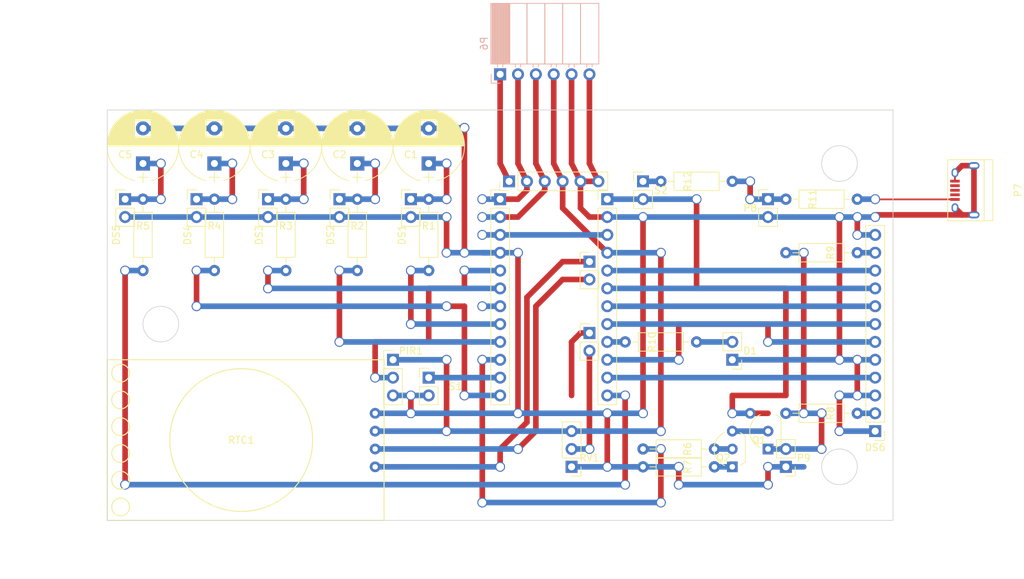
<source format=kicad_pcb>
(kicad_pcb (version 4) (host pcbnew 4.0.7)
  (title_block (title "Voltmeter Clock") (date 2017-04-01) (rev 4) (company "By Megasaturnv") (comment 1 "For Veroboard / Stripboard"))
  (layers (0 F.Cu signal) (31 B.Cu signal) (34 B.Paste user hide) (35 F.Paste user hide) (36 B.SilkS user) (37 F.SilkS user) (38 B.Mask user hide) (39 F.Mask user hide) (44 Edge.Cuts user))
  (net 0 "")
  (net 1 "/1(Tx)")
  (net 2 "/0(Rx)")
  (net 3 /Reset)
  (net 4 GND)
  (net 5 /2)
  (net 6 "/3(**)")
  (net 7 /4)
  (net 8 "/5(**)")
  (net 9 "/6(**)")
  (net 10 /7)
  (net 11 /8)
  (net 12 "/9(**)")
  (net 13 /DTR)
  (net 14 /A5)
  (net 15 /A4)
  (net 16 /RAW)
  (net 17 /A3)
  (net 18 /A2)
  (net 19 /A1)
  (net 20 /A0)
  (net 21 "/13(SCK)")
  (net 22 "/12(MISO)")
  (net 23 "/11(**/MOSI)")
  (net 24 "/10(**/SS)")
  (net 25 /A7)
  (net 26 /A6)
  (net 27 "Net-(C1-Pad1)")
  (net 28 "Net-(C2-Pad1)")
  (net 29 "Net-(C3-Pad1)")
  (net 30 "Net-(C4-Pad1)")
  (net 31 "Net-(C5-Pad1)")
  (net 32 "Net-(D1-Pad2)")
  (net 33 "Net-(DS6-Pad2)")
  (net 34 +3V3)
  (net 35 +5V)
  (net 36 "Net-(P7-Pad2)")
  (net 37 "Net-(P7-Pad3)")
  (net 38 "Net-(P7-Pad4)")
  (net 39 "Net-(Q1-Pad2)")
  (net 40 "Net-(DS6-Pad15)")
  (net 41 "Net-(P9-Pad2)")
  (net 42 /ONOFF_RAW)
  (net 43 "Net-(Q2-Pad2)")
  (net 44 "Net-(Q2-Pad1)")
  (net 45 "Net-(R12-Pad2)")
  (module Pin_Headers:Pin_Header_Straight_1x02_Pitch2.54mm (layer F.Cu) (at 127 81.28 180)
    (fp_text reference P9 (at -2.54 1.27 180) (layer F.SilkS))
    (fp_text value Backlight_Conn)
    (pad 1 thru_hole rect (at 0 0 180) (size 1.7 1.7) (drill 1) (layers *.Cu *.Mask) (net 4 GND))
    (pad 2 thru_hole oval (at 0 2.54 180) (size 1.7 1.7) (drill 1) (layers *.Cu *.Mask) (net 41 "Net-(P9-Pad2)"))
  )
  (module TO_SOT_Packages_THT:TO-92_Inline_Wide (layer F.Cu) (at 124.46 78.74 90)
    (fp_text reference Q1 (at 1.27 -1.27 360) (layer F.SilkS))
    (fp_text value Q_PNP_CBE)
    (pad 2 thru_hole circle (at 2.54 0 180) (size 1.52 1.52) (drill 0.8) (layers *.Cu *.Mask) (net 39 "Net-(Q1-Pad2)"))
    (pad 3 thru_hole circle (at 5.08 -2.54 180) (size 1.52 1.52) (drill 0.8) (layers *.Cu *.Mask) (net 16 /RAW))
    (pad 1 thru_hole rect (at 0 0 180) (size 1.52 1.52) (drill 0.8) (layers *.Cu *.Mask) (net 41 "Net-(P9-Pad2)"))
  )
  (module TO_SOT_Packages_THT:TO-92_Inline_Wide (layer F.Cu) (at 119.38 81.28 90)
    (fp_text reference Q2 (at 1.27 -1.27 360) (layer F.SilkS))
    (fp_text value Q_NPN_EBC)
    (pad 2 thru_hole circle (at 2.54 0 180) (size 1.52 1.52) (drill 0.8) (layers *.Cu *.Mask) (net 43 "Net-(Q2-Pad2)"))
    (pad 3 thru_hole circle (at 5.08 0 180) (size 1.52 1.52) (drill 0.8) (layers *.Cu *.Mask) (net 39 "Net-(Q1-Pad2)"))
    (pad 1 thru_hole rect (at 0 0 180) (size 1.52 1.52) (drill 0.8) (layers *.Cu *.Mask) (net 44 "Net-(Q2-Pad1)"))
  )
  (module Resistors_THT:R_Axial_DIN0207_L6.3mm_D2.5mm_P10.16mm_Horizontal (layer F.Cu) (at 116.84 81.28 180)
    (fp_text reference R7 (at 3.81 0 270) (layer F.SilkS))
    (fp_text value 22kR)
    (pad 1 thru_hole circle (at 0 0 180) (size 1.6 1.6) (drill 0.8) (layers *.Cu *.Mask) (net 44 "Net-(Q2-Pad1)"))
    (pad 2 thru_hole oval (at 10.16 0 180) (size 1.6 1.6) (drill 0.8) (layers *.Cu *.Mask) (net 4 GND))
  )
  (module Resistors_THT:R_Axial_DIN0207_L6.3mm_D2.5mm_P10.16mm_Horizontal (layer F.Cu) (at 116.84 78.74 180)
    (fp_text reference R6 (at 3.81 0 270) (layer F.SilkS))
    (fp_text value 500kR)
    (pad 1 thru_hole circle (at 0 0 180) (size 1.6 1.6) (drill 0.8) (layers *.Cu *.Mask) (net 43 "Net-(Q2-Pad2)"))
    (pad 2 thru_hole oval (at 10.16 0 180) (size 1.6 1.6) (drill 0.8) (layers *.Cu *.Mask) (net 10 /7))
  )
  (module Connectors:USB_Micro-B (layer F.Cu) (at 152.4 41.91 90)
    (fp_text reference P7 (at 0 7.62 90) (layer F.SilkS))
    (fp_text value USB_OTG)
    (pad 1 smd rect (at -1.3 -1.35 180) (size 1.35 0.4) (layers F.Cu F.Paste F.Mask) (net 35 +5V))
    (pad 2 smd rect (at -0.65 -1.35 180) (size 1.35 0.4) (layers F.Cu F.Paste F.Mask) (net 36 "Net-(P7-Pad2)"))
    (pad 3 smd rect (at 0 -1.35 180) (size 1.35 0.4) (layers F.Cu F.Paste F.Mask) (net 37 "Net-(P7-Pad3)"))
    (pad 4 smd rect (at 0.65 -1.35 180) (size 1.35 0.4) (layers F.Cu F.Paste F.Mask) (net 38 "Net-(P7-Pad4)"))
    (pad 5 smd rect (at 1.3 -1.35 180) (size 1.35 0.4) (layers F.Cu F.Paste F.Mask) (net 4 GND))
    (pad 6 thru_hole oval (at -2.5 -1.35 180) (size 0.95 1.25) (drill oval 0.55 0.85) (layers *.Cu *.Mask) (net 4 GND))
    (pad 6 thru_hole oval (at 2.5 -1.35 180) (size 0.95 1.25) (drill oval 0.55 0.85) (layers *.Cu *.Mask) (net 4 GND))
    (pad 6 thru_hole oval (at -3.5 1.35 180) (size 1.55 1) (drill oval 1.15 0.5) (layers *.Cu *.Mask) (net 4 GND))
    (pad 6 thru_hole oval (at 3.5 1.35 180) (size 1.55 1) (drill oval 1.15 0.5) (layers *.Cu *.Mask) (net 4 GND))
  )
  (module Capacitors_THT:CP_Radial_D10.0mm_P5.00mm (layer F.Cu) (at 76.2 38.1 90)
    (fp_text reference C1 (at 1.27 -2.54 180) (layer F.SilkS))
    (fp_text value 47uF)
    (pad 1 thru_hole rect (at 0 0 90) (size 2 2) (drill 1) (layers *.Cu *.Mask) (net 27 "Net-(C1-Pad1)"))
    (pad 2 thru_hole circle (at 5 0 90) (size 2 2) (drill 1) (layers *.Cu *.Mask) (net 4 GND))
  )
  (module Capacitors_THT:CP_Radial_D10.0mm_P5.00mm (layer F.Cu) (at 66.04 38.1 90)
    (fp_text reference C2 (at 1.27 -2.54 180) (layer F.SilkS))
    (fp_text value 47uF)
    (pad 1 thru_hole rect (at 0 0 90) (size 2 2) (drill 1) (layers *.Cu *.Mask) (net 28 "Net-(C2-Pad1)"))
    (pad 2 thru_hole circle (at 5 0 90) (size 2 2) (drill 1) (layers *.Cu *.Mask) (net 4 GND))
  )
  (module Capacitors_THT:CP_Radial_D10.0mm_P5.00mm (layer F.Cu) (at 55.88 38.1 90)
    (fp_text reference C3 (at 1.27 -2.54 180) (layer F.SilkS))
    (fp_text value 47uF)
    (pad 1 thru_hole rect (at 0 0 90) (size 2 2) (drill 1) (layers *.Cu *.Mask) (net 29 "Net-(C3-Pad1)"))
    (pad 2 thru_hole circle (at 5 0 90) (size 2 2) (drill 1) (layers *.Cu *.Mask) (net 4 GND))
  )
  (module Capacitors_THT:CP_Radial_D10.0mm_P5.00mm (layer F.Cu) (at 45.72 38.1 90)
    (fp_text reference C4 (at 1.27 -2.54 180) (layer F.SilkS))
    (fp_text value 47uF)
    (pad 1 thru_hole rect (at 0 0 90) (size 2 2) (drill 1) (layers *.Cu *.Mask) (net 30 "Net-(C4-Pad1)"))
    (pad 2 thru_hole circle (at 5 0 90) (size 2 2) (drill 1) (layers *.Cu *.Mask) (net 4 GND))
  )
  (module Capacitors_THT:CP_Radial_D10.0mm_P5.00mm (layer F.Cu) (at 35.56 38.1 90)
    (fp_text reference C5 (at 1.27 -2.54 180) (layer F.SilkS))
    (fp_text value 47uF)
    (pad 1 thru_hole rect (at 0 0 90) (size 2 2) (drill 1) (layers *.Cu *.Mask) (net 31 "Net-(C5-Pad1)"))
    (pad 2 thru_hole circle (at 5 0 90) (size 2 2) (drill 1) (layers *.Cu *.Mask) (net 4 GND))
  )
  (module Pin_Headers:Pin_Header_Straight_1x02_Pitch2.54mm (layer F.Cu) (at 119.38 66.04 180)
    (fp_text reference D1 (at -2.54 1.27 360) (layer F.SilkS))
    (fp_text value LED)
    (pad 1 thru_hole rect (at 0 0 180) (size 1.7 1.7) (drill 1) (layers *.Cu *.Mask) (net 4 GND))
    (pad 2 thru_hole oval (at 0 2.54 180) (size 1.7 1.7) (drill 1) (layers *.Cu *.Mask) (net 32 "Net-(D1-Pad2)"))
  )
  (module Pin_Headers:Pin_Header_Straight_1x02_Pitch2.54mm (layer F.Cu) (at 73.66 43.18)
    (fp_text reference DS1 (at -1.27 5.08 90) (layer F.SilkS))
    (fp_text value VU_SECS)
    (pad 1 thru_hole rect (at 0 0) (size 1.7 1.7) (drill 1) (layers *.Cu *.Mask) (net 27 "Net-(C1-Pad1)"))
    (pad 2 thru_hole oval (at 0 2.54) (size 1.7 1.7) (drill 1) (layers *.Cu *.Mask) (net 4 GND))
  )
  (module Pin_Headers:Pin_Header_Straight_1x02_Pitch2.54mm (layer F.Cu) (at 63.5 43.18)
    (fp_text reference DS2 (at -1.27 5.08 90) (layer F.SilkS))
    (fp_text value VU_MINS)
    (pad 1 thru_hole rect (at 0 0) (size 1.7 1.7) (drill 1) (layers *.Cu *.Mask) (net 28 "Net-(C2-Pad1)"))
    (pad 2 thru_hole oval (at 0 2.54) (size 1.7 1.7) (drill 1) (layers *.Cu *.Mask) (net 4 GND))
  )
  (module Pin_Headers:Pin_Header_Straight_1x02_Pitch2.54mm (layer F.Cu) (at 53.34 43.18)
    (fp_text reference DS3 (at -1.27 5.08 90) (layer F.SilkS))
    (fp_text value VU_HOURS)
    (pad 1 thru_hole rect (at 0 0) (size 1.7 1.7) (drill 1) (layers *.Cu *.Mask) (net 29 "Net-(C3-Pad1)"))
    (pad 2 thru_hole oval (at 0 2.54) (size 1.7 1.7) (drill 1) (layers *.Cu *.Mask) (net 4 GND))
  )
  (module Pin_Headers:Pin_Header_Straight_1x02_Pitch2.54mm (layer F.Cu) (at 43.18 43.18)
    (fp_text reference DS4 (at -1.27 5.08 90) (layer F.SilkS))
    (fp_text value VU_DAY)
    (pad 1 thru_hole rect (at 0 0) (size 1.7 1.7) (drill 1) (layers *.Cu *.Mask) (net 30 "Net-(C4-Pad1)"))
    (pad 2 thru_hole oval (at 0 2.54) (size 1.7 1.7) (drill 1) (layers *.Cu *.Mask) (net 4 GND))
  )
  (module Pin_Headers:Pin_Header_Straight_1x02_Pitch2.54mm (layer F.Cu) (at 33.02 43.18)
    (fp_text reference DS5 (at -1.27 5.08 90) (layer F.SilkS))
    (fp_text value VU_MONTH)
    (pad 1 thru_hole rect (at 0 0) (size 1.7 1.7) (drill 1) (layers *.Cu *.Mask) (net 31 "Net-(C5-Pad1)"))
    (pad 2 thru_hole oval (at 0 2.54) (size 1.7 1.7) (drill 1) (layers *.Cu *.Mask) (net 4 GND))
  )
  (module Socket_Strips:Socket_Strip_Straight_1x12_Pitch2.54mm (layer F.Cu) (at 86.36 43.18)
    (fp_text reference P1 hide)
    (fp_text value Digital hide)
    (pad 1 thru_hole rect (at 0 0) (size 1.7 1.7) (drill 1) (layers *.Cu *.Mask) (net 1 "/1(Tx)"))
    (pad 2 thru_hole oval (at 0 2.54) (size 1.7 1.7) (drill 1) (layers *.Cu *.Mask) (net 2 "/0(Rx)"))
    (pad 3 thru_hole oval (at 0 5.08) (size 1.7 1.7) (drill 1) (layers *.Cu *.Mask) (net 3 /Reset))
    (pad 4 thru_hole oval (at 0 7.62) (size 1.7 1.7) (drill 1) (layers *.Cu *.Mask) (net 4 GND))
    (pad 5 thru_hole oval (at 0 10.16) (size 1.7 1.7) (drill 1) (layers *.Cu *.Mask) (net 5 /2))
    (pad 6 thru_hole oval (at 0 12.7) (size 1.7 1.7) (drill 1) (layers *.Cu *.Mask) (net 6 "/3(**)"))
    (pad 7 thru_hole oval (at 0 15.24) (size 1.7 1.7) (drill 1) (layers *.Cu *.Mask) (net 7 /4))
    (pad 8 thru_hole oval (at 0 17.78) (size 1.7 1.7) (drill 1) (layers *.Cu *.Mask) (net 8 "/5(**)"))
    (pad 9 thru_hole oval (at 0 20.32) (size 1.7 1.7) (drill 1) (layers *.Cu *.Mask) (net 9 "/6(**)"))
    (pad 10 thru_hole oval (at 0 22.86) (size 1.7 1.7) (drill 1) (layers *.Cu *.Mask) (net 10 /7))
    (pad 11 thru_hole oval (at 0 25.4) (size 1.7 1.7) (drill 1) (layers *.Cu *.Mask) (net 11 /8))
    (pad 12 thru_hole oval (at 0 27.94) (size 1.7 1.7) (drill 1) (layers *.Cu *.Mask) (net 12 "/9(**)"))
  )
  (module Pin_Headers:Pin_Header_Straight_1x06_Pitch2.54mm (layer F.Cu) (at 87.63 40.64 90)
    (fp_text reference P2 hide)
    (fp_text value COM hide)
    (pad 1 thru_hole rect (at 0 0 90) (size 1.7 1.7) (drill 1) (layers *.Cu *.Mask) (net 13 /DTR))
    (pad 2 thru_hole oval (at 0 2.54 90) (size 1.7 1.7) (drill 1) (layers *.Cu *.Mask) (net 1 "/1(Tx)"))
    (pad 3 thru_hole oval (at 0 5.08 90) (size 1.7 1.7) (drill 1) (layers *.Cu *.Mask) (net 2 "/0(Rx)"))
    (pad 4 thru_hole oval (at 0 7.62 90) (size 1.7 1.7) (drill 1) (layers *.Cu *.Mask) (net 34 +3V3))
    (pad 5 thru_hole oval (at 0 10.16 90) (size 1.7 1.7) (drill 1) (layers *.Cu *.Mask) (net 4 GND))
    (pad 6 thru_hole oval (at 0 12.7 90) (size 1.7 1.7) (drill 1) (layers *.Cu *.Mask) (net 4 GND))
  )
  (module Pin_Headers:Pin_Header_Straight_1x02_Pitch2.54mm (layer F.Cu) (at 99.06 52.07)
    (fp_text reference P3 hide)
    (fp_text value ADC hide)
    (pad 1 thru_hole rect (at 0 0) (size 1.7 1.7) (drill 1) (layers *.Cu *.Mask) (net 14 /A5))
    (pad 2 thru_hole oval (at 0 2.54) (size 1.7 1.7) (drill 1) (layers *.Cu *.Mask) (net 15 /A4))
  )
  (module Socket_Strips:Socket_Strip_Straight_1x12_Pitch2.54mm (layer F.Cu) (at 101.6 43.18)
    (fp_text reference P4 hide)
    (fp_text value Analog hide)
    (pad 1 thru_hole rect (at 0 0) (size 1.7 1.7) (drill 1) (layers *.Cu *.Mask) (net 16 /RAW))
    (pad 2 thru_hole oval (at 0 2.54) (size 1.7 1.7) (drill 1) (layers *.Cu *.Mask) (net 4 GND))
    (pad 3 thru_hole oval (at 0 5.08) (size 1.7 1.7) (drill 1) (layers *.Cu *.Mask) (net 3 /Reset))
    (pad 4 thru_hole oval (at 0 7.62) (size 1.7 1.7) (drill 1) (layers *.Cu *.Mask) (net 34 +3V3))
    (pad 5 thru_hole oval (at 0 10.16) (size 1.7 1.7) (drill 1) (layers *.Cu *.Mask) (net 17 /A3))
    (pad 6 thru_hole oval (at 0 12.7) (size 1.7 1.7) (drill 1) (layers *.Cu *.Mask) (net 18 /A2))
    (pad 7 thru_hole oval (at 0 15.24) (size 1.7 1.7) (drill 1) (layers *.Cu *.Mask) (net 19 /A1))
    (pad 8 thru_hole oval (at 0 17.78) (size 1.7 1.7) (drill 1) (layers *.Cu *.Mask) (net 20 /A0))
    (pad 9 thru_hole oval (at 0 20.32) (size 1.7 1.7) (drill 1) (layers *.Cu *.Mask) (net 21 "/13(SCK)"))
    (pad 10 thru_hole oval (at 0 22.86) (size 1.7 1.7) (drill 1) (layers *.Cu *.Mask) (net 22 "/12(MISO)"))
    (pad 11 thru_hole oval (at 0 25.4) (size 1.7 1.7) (drill 1) (layers *.Cu *.Mask) (net 23 "/11(**/MOSI)"))
    (pad 12 thru_hole oval (at 0 27.94) (size 1.7 1.7) (drill 1) (layers *.Cu *.Mask) (net 24 "/10(**/SS)"))
  )
  (module Pin_Headers:Pin_Header_Straight_1x02_Pitch2.54mm (layer F.Cu) (at 99.06 62.23)
    (fp_text reference P5 hide)
    (fp_text value ADC hide)
    (pad 1 thru_hole rect (at 0 0) (size 1.7 1.7) (drill 1) (layers *.Cu *.Mask) (net 25 /A7))
    (pad 2 thru_hole oval (at 0 2.54) (size 1.7 1.7) (drill 1) (layers *.Cu *.Mask) (net 26 /A6))
  )
  (module Socket_Strips:Socket_Strip_Angled_1x06_Pitch2.54mm (layer B.Cu) (at 86.36 25.4 270)
    (fp_text reference P6 (at -4.38 2.27 270) (layer B.SilkS) (effects (justify mirror)))
    (fp_text value Serial_Conn)
    (pad 1 thru_hole rect (at 0 0 270) (size 1.7 1.7) (drill 1) (layers *.Cu *.Mask) (net 13 /DTR))
    (pad 2 thru_hole oval (at 0 -2.54 270) (size 1.7 1.7) (drill 1) (layers *.Cu *.Mask) (net 1 "/1(Tx)"))
    (pad 3 thru_hole oval (at 0 -5.08 270) (size 1.7 1.7) (drill 1) (layers *.Cu *.Mask) (net 2 "/0(Rx)"))
    (pad 4 thru_hole oval (at 0 -7.62 270) (size 1.7 1.7) (drill 1) (layers *.Cu *.Mask) (net 34 +3V3))
    (pad 5 thru_hole oval (at 0 -10.16 270) (size 1.7 1.7) (drill 1) (layers *.Cu *.Mask) (net 4 GND))
    (pad 6 thru_hole oval (at 0 -12.7 270) (size 1.7 1.7) (drill 1) (layers *.Cu *.Mask) (net 4 GND))
  )
  (module Pin_Headers:Pin_Header_Straight_1x02_Pitch2.54mm (layer F.Cu) (at 124.46 43.18)
    (fp_text reference P8 (at -2.54 1.27) (layer F.SilkS))
    (fp_text value Battery_Conn)
    (pad 1 thru_hole rect (at 0 0) (size 1.7 1.7) (drill 1) (layers *.Cu *.Mask) (net 42 /ONOFF_RAW))
    (pad 2 thru_hole oval (at 0 2.54) (size 1.7 1.7) (drill 1) (layers *.Cu *.Mask) (net 4 GND))
  )
  (module Pin_Headers:Pin_Header_Straight_1x03_Pitch2.54mm (layer F.Cu) (at 71.12 66.04)
    (fp_text reference PIR1 (at 2.54 -1.27 180) (layer F.SilkS))
    (fp_text value PIR_SENSOR)
    (pad 1 thru_hole rect (at 0 0) (size 1.7 1.7) (drill 1) (layers *.Cu *.Mask) (net 34 +3V3))
    (pad 2 thru_hole oval (at 0 2.54) (size 1.7 1.7) (drill 1) (layers *.Cu *.Mask) (net 5 /2))
    (pad 3 thru_hole oval (at 0 5.08) (size 1.7 1.7) (drill 1) (layers *.Cu *.Mask) (net 4 GND))
  )
  (module Resistors_THT:R_Axial_DIN0207_L6.3mm_D2.5mm_P10.16mm_Horizontal (layer F.Cu) (at 76.2 53.34 90)
    (fp_text reference R1 (at 6.35 0 180) (layer F.SilkS))
    (fp_text value 470R)
    (pad 1 thru_hole circle (at 0 0 90) (size 1.6 1.6) (drill 0.8) (layers *.Cu *.Mask) (net 8 "/5(**)"))
    (pad 2 thru_hole oval (at 10.16 0 90) (size 1.6 1.6) (drill 0.8) (layers *.Cu *.Mask) (net 27 "Net-(C1-Pad1)"))
  )
  (module Resistors_THT:R_Axial_DIN0207_L6.3mm_D2.5mm_P10.16mm_Horizontal (layer F.Cu) (at 66.04 53.34 90)
    (fp_text reference R2 (at 6.35 0 180) (layer F.SilkS))
    (fp_text value 470R)
    (pad 1 thru_hole circle (at 0 0 90) (size 1.6 1.6) (drill 0.8) (layers *.Cu *.Mask) (net 9 "/6(**)"))
    (pad 2 thru_hole oval (at 10.16 0 90) (size 1.6 1.6) (drill 0.8) (layers *.Cu *.Mask) (net 28 "Net-(C2-Pad1)"))
  )
  (module Resistors_THT:R_Axial_DIN0207_L6.3mm_D2.5mm_P10.16mm_Horizontal (layer F.Cu) (at 55.88 53.34 90)
    (fp_text reference R3 (at 6.35 0 180) (layer F.SilkS))
    (fp_text value 470R)
    (pad 1 thru_hole circle (at 0 0 90) (size 1.6 1.6) (drill 0.8) (layers *.Cu *.Mask) (net 6 "/3(**)"))
    (pad 2 thru_hole oval (at 10.16 0 90) (size 1.6 1.6) (drill 0.8) (layers *.Cu *.Mask) (net 29 "Net-(C3-Pad1)"))
  )
  (module Resistors_THT:R_Axial_DIN0207_L6.3mm_D2.5mm_P10.16mm_Horizontal (layer F.Cu) (at 45.72 53.34 90)
    (fp_text reference R4 (at 6.35 0 180) (layer F.SilkS))
    (fp_text value 470R)
    (pad 1 thru_hole circle (at 0 0 90) (size 1.6 1.6) (drill 0.8) (layers *.Cu *.Mask) (net 12 "/9(**)"))
    (pad 2 thru_hole oval (at 10.16 0 90) (size 1.6 1.6) (drill 0.8) (layers *.Cu *.Mask) (net 30 "Net-(C4-Pad1)"))
  )
  (module Resistors_THT:R_Axial_DIN0207_L6.3mm_D2.5mm_P10.16mm_Horizontal (layer F.Cu) (at 35.56 53.34 90)
    (fp_text reference R5 (at 6.35 0 180) (layer F.SilkS))
    (fp_text value 470R)
    (pad 1 thru_hole circle (at 0 0 90) (size 1.6 1.6) (drill 0.8) (layers *.Cu *.Mask) (net 24 "/10(**/SS)"))
    (pad 2 thru_hole oval (at 10.16 0 90) (size 1.6 1.6) (drill 0.8) (layers *.Cu *.Mask) (net 31 "Net-(C5-Pad1)"))
  )
  (module Resistors_THT:R_Axial_DIN0207_L6.3mm_D2.5mm_P10.16mm_Horizontal (layer F.Cu) (at 127 73.66)
    (fp_text reference R8 (at 6.35 0 90) (layer F.SilkS))
    (fp_text value 300R)
    (pad 1 thru_hole circle (at 0 0) (size 1.6 1.6) (drill 0.8) (layers *.Cu *.Mask) (net 41 "Net-(P9-Pad2)"))
    (pad 2 thru_hole oval (at 10.16 0) (size 1.6 1.6) (drill 0.8) (layers *.Cu *.Mask) (net 33 "Net-(DS6-Pad2)"))
  )
  (module Resistors_THT:R_Axial_DIN0207_L6.3mm_D2.5mm_P10.16mm_Horizontal (layer F.Cu) (at 127 50.8)
    (fp_text reference R9 (at 6.35 0 90) (layer F.SilkS))
    (fp_text value 1000R)
    (pad 1 thru_hole circle (at 0 0) (size 1.6 1.6) (drill 0.8) (layers *.Cu *.Mask) (net 41 "Net-(P9-Pad2)"))
    (pad 2 thru_hole oval (at 10.16 0) (size 1.6 1.6) (drill 0.8) (layers *.Cu *.Mask) (net 40 "Net-(DS6-Pad15)"))
  )
  (module Resistors_THT:R_Axial_DIN0207_L6.3mm_D2.5mm_P10.16mm_Horizontal (layer F.Cu) (at 114.3 63.5 180)
    (fp_text reference R10 (at 6.35 0 270) (layer F.SilkS))
    (fp_text value 1000R)
    (pad 1 thru_hole circle (at 0 0 180) (size 1.6 1.6) (drill 0.8) (layers *.Cu *.Mask) (net 32 "Net-(D1-Pad2)"))
    (pad 2 thru_hole oval (at 10.16 0 180) (size 1.6 1.6) (drill 0.8) (layers *.Cu *.Mask) (net 21 "/13(SCK)"))
  )
  (module Pin_Headers:Pin_Header_Straight_1x03_Pitch2.54mm (layer F.Cu) (at 96.52 81.28 180)
    (fp_text reference RV1 (at -2.54 1.27 180) (layer F.SilkS))
    (fp_text value POT100kR)
    (pad 1 thru_hole rect (at 0 0 180) (size 1.7 1.7) (drill 1) (layers *.Cu *.Mask) (net 4 GND))
    (pad 2 thru_hole oval (at 0 2.54 180) (size 1.7 1.7) (drill 1) (layers *.Cu *.Mask) (net 26 /A6))
    (pad 3 thru_hole oval (at 0 5.08 180) (size 1.7 1.7) (drill 1) (layers *.Cu *.Mask) (net 34 +3V3))
  )
  (module Pin_Headers:Pin_Header_Straight_1x02_Pitch2.54mm (layer F.Cu) (at 76.2 68.58)
    (fp_text reference S1 (at 3.81 1.27) (layer F.SilkS))
    (fp_text value PUSH_BUTTON)
    (pad 1 thru_hole rect (at 0 0) (size 1.7 1.7) (drill 1) (layers *.Cu *.Mask) (net 11 /8))
    (pad 2 thru_hole oval (at 0 2.54) (size 1.7 1.7) (drill 1) (layers *.Cu *.Mask) (net 4 GND))
  )
  (module Pin_Headers:Pin_Header_Straight_1x02_Pitch2.54mm (layer F.Cu) (at 106.68 40.64)
    (fp_text reference S2 (at 2.54 1.27) (layer F.SilkS))
    (fp_text value ON/OFF_SWITCH)
    (pad 1 thru_hole rect (at 0 0) (size 1.7 1.7) (drill 1) (layers *.Cu *.Mask) (net 45 "Net-(R12-Pad2)"))
    (pad 2 thru_hole oval (at 0 2.54) (size 1.7 1.7) (drill 1) (layers *.Cu *.Mask) (net 16 /RAW))
  )
  (module VoltmeterDisplayFootprintLibrary:RTC_DS3231 (layer F.Cu) (at 30.48 66.04)
    (fp_text reference RTC1 (at 19.05 11.43) (layer F.SilkS))
    (fp_text value RTC_DS3231)
    (pad 1 thru_hole circle (at 38.1 7.62) (size 1.524 1.524) (drill 0.762) (layers *.Cu *.Mask) (net 4 GND))
    (pad 2 thru_hole circle (at 38.1 10.16) (size 1.524 1.524) (drill 0.762) (layers *.Cu *.Mask) (net 34 +3V3))
    (pad 3 thru_hole circle (at 38.1 12.7) (size 1.524 1.524) (drill 0.762) (layers *.Cu *.Mask) (net 15 /A4))
    (pad 4 thru_hole circle (at 38.1 15.24) (size 1.524 1.524) (drill 0.762) (layers *.Cu *.Mask) (net 14 /A5))
  )
  (module Resistors_THT:R_Axial_DIN0207_L6.3mm_D2.5mm_P10.16mm_Horizontal (layer F.Cu) (at 137.16 43.18 180)
    (fp_text reference R11 (at 6.35 0 270) (layer F.SilkS))
    (fp_text value 56R)
    (pad 1 thru_hole circle (at 0 0 180) (size 1.6 1.6) (drill 0.8) (layers *.Cu *.Mask) (net 35 +5V))
    (pad 2 thru_hole oval (at 10.16 0 180) (size 1.6 1.6) (drill 0.8) (layers *.Cu *.Mask) (net 42 /ONOFF_RAW))
  )
  (module Resistors_THT:R_Axial_DIN0207_L6.3mm_D2.5mm_P10.16mm_Horizontal (layer F.Cu) (at 119.38 40.64 180)
    (fp_text reference R12 (at 6.35 0 270) (layer F.SilkS))
    (fp_text value 56R)
    (pad 1 thru_hole circle (at 0 0 180) (size 1.6 1.6) (drill 0.8) (layers *.Cu *.Mask) (net 42 /ONOFF_RAW))
    (pad 2 thru_hole oval (at 10.16 0 180) (size 1.6 1.6) (drill 0.8) (layers *.Cu *.Mask) (net 45 "Net-(R12-Pad2)"))
  )
  (module VoltmeterDisplayFootprintLibrary:2004_LCD_DISPLAY_SOCKET (layer F.Cu) (at 139.7 76.2 180)
    (fp_text reference DS6 (at 0 -2.33 180) (layer F.SilkS))
    (fp_text value 2004_LCD_DISPLAY)
    (pad 1 thru_hole rect (at 0 0 180) (size 1.7 1.7) (drill 1) (layers *.Cu *.Mask) (net 4 GND))
    (pad 2 thru_hole oval (at 0 2.54 180) (size 1.7 1.7) (drill 1) (layers *.Cu *.Mask) (net 33 "Net-(DS6-Pad2)"))
    (pad 3 thru_hole oval (at 0 5.08 180) (size 1.7 1.7) (drill 1) (layers *.Cu *.Mask) (net 4 GND))
    (pad 4 thru_hole oval (at 0 7.62 180) (size 1.7 1.7) (drill 1) (layers *.Cu *.Mask) (net 23 "/11(**/MOSI)"))
    (pad 5 thru_hole oval (at 0 10.16 180) (size 1.7 1.7) (drill 1) (layers *.Cu *.Mask) (net 4 GND))
    (pad 6 thru_hole oval (at 0 12.7 180) (size 1.7 1.7) (drill 1) (layers *.Cu *.Mask) (net 22 "/12(MISO)"))
    (pad 11 thru_hole oval (at 0 15.24 180) (size 1.7 1.7) (drill 1) (layers *.Cu *.Mask) (net 20 /A0))
    (pad 12 thru_hole oval (at 0 17.78 180) (size 1.7 1.7) (drill 1) (layers *.Cu *.Mask) (net 19 /A1))
    (pad 13 thru_hole oval (at 0 20.32 180) (size 1.7 1.7) (drill 1) (layers *.Cu *.Mask) (net 18 /A2))
    (pad 14 thru_hole oval (at 0 22.86 180) (size 1.7 1.7) (drill 1) (layers *.Cu *.Mask) (net 17 /A3))
    (pad 15 thru_hole oval (at 0 25.4 180) (size 1.7 1.7) (drill 1) (layers *.Cu *.Mask) (net 40 "Net-(DS6-Pad15)"))
    (pad 16 thru_hole oval (at 0 27.94 180) (size 1.7 1.7) (drill 1) (layers *.Cu *.Mask) (net 4 GND))
  )
  (gr_line (start 142.24 30.48) (end 30.48 30.48) (angle 90) (layer Edge.Cuts) (width 0.1))
  (gr_line (start 30.48 88.9) (end 142.24 88.9) (angle 90) (layer Edge.Cuts) (width 0.1))
  (gr_line (start 142.24 30.48) (end 142.24 88.9) (angle 90) (layer Edge.Cuts) (width 0.1))
  (gr_line (start 30.48 88.9) (end 30.48 30.48) (angle 90) (layer Edge.Cuts) (width 0.1))
  (gr_circle (center 134.62 81.28) (end 134.62 83.82) (layer Edge.Cuts) (width 0.1))
  (gr_circle (center 134.62 38.1) (end 134.62 35.56) (layer Edge.Cuts) (width 0.1))
  (gr_circle (center 38.1 60.96) (end 38.1 63.5) (layer Edge.Cuts) (width 0.1))
  (segment (start 90.17 40.64) (end 88.9 38.1) (width 0.8) (layer F.Cu) (net 1))
  (segment (start 88.9 38.1) (end 88.9 25.4) (width 0.8) (layer F.Cu) (net 1))
  (segment (start 90.17 40.64) (end 90.17 41.91) (width 0.8) (layer F.Cu) (net 1))
  (segment (start 86.36 43.18) (end 83.82 43.18) (width 0.8) (layer B.Cu) (net 1))
  (via (at 83.82 43.18) (size 1.4) (drill 1.1) (layers F.Cu B.Cu) (net 1))
  (segment (start 90.17 41.91) (end 88.9 43.18) (width 0.8) (layer F.Cu) (net 1))
  (segment (start 88.9 43.18) (end 86.36 43.18) (width 0.8) (layer F.Cu) (net 1))
  (segment (start 86.36 45.72) (end 83.82 45.72) (width 0.8) (layer B.Cu) (net 2))
  (via (at 83.82 45.72) (size 1.4) (drill 1.1) (layers F.Cu B.Cu) (net 2))
  (segment (start 92.71 40.64) (end 91.44 38.1) (width 0.8) (layer F.Cu) (net 2))
  (segment (start 91.44 38.1) (end 91.44 25.4) (width 0.8) (layer F.Cu) (net 2))
  (segment (start 92.71 40.64) (end 92.71 41.91) (width 0.8) (layer F.Cu) (net 2))
  (segment (start 92.71 41.91) (end 88.9 45.72) (width 0.8) (layer F.Cu) (net 2))
  (segment (start 88.9 45.72) (end 86.36 45.72) (width 0.8) (layer F.Cu) (net 2))
  (segment (start 101.6 48.26) (end 86.36 48.26) (width 0.8) (layer B.Cu) (net 3))
  (segment (start 86.36 48.26) (end 83.82 48.26) (width 0.8) (layer B.Cu) (net 3))
  (via (at 83.82 48.26) (size 1.4) (drill 1.1) (layers F.Cu B.Cu) (net 3))
  (segment (start 127 81.28) (end 129.54 81.28) (width 0.8) (layer B.Cu) (net 4))
  (segment (start 101.6 81.28) (end 106.68 81.28) (width 0.8) (layer B.Cu) (net 4))
  (segment (start 127 81.28) (end 124.46 81.28) (width 0.8) (layer B.Cu) (net 4))
  (via (at 124.46 81.28) (size 1.4) (drill 1.1) (layers F.Cu B.Cu) (net 4))
  (segment (start 124.46 81.28) (end 124.46 83.82) (width 0.8) (layer F.Cu) (net 4))
  (via (at 124.46 83.82) (size 1.4) (drill 1.1) (layers F.Cu B.Cu) (net 4))
  (segment (start 124.46 83.82) (end 111.76 83.82) (width 0.8) (layer B.Cu) (net 4))
  (via (at 111.76 83.82) (size 1.4) (drill 1.1) (layers F.Cu B.Cu) (net 4))
  (segment (start 111.76 83.82) (end 111.76 81.28) (width 0.8) (layer F.Cu) (net 4))
  (via (at 111.76 81.28) (size 1.4) (drill 1.1) (layers F.Cu B.Cu) (net 4))
  (segment (start 111.76 81.28) (end 106.68 81.28) (width 0.8) (layer B.Cu) (net 4))
  (segment (start 137.16 71.12) (end 139.7 71.12) (width 0.8) (layer B.Cu) (net 4))
  (segment (start 134.62 71.12) (end 137.16 71.12) (width 0.8) (layer B.Cu) (net 4))
  (via (at 134.62 76.2) (size 1.4) (drill 1.1) (layers F.Cu B.Cu) (net 4))
  (segment (start 134.62 76.2) (end 134.62 71.12) (width 0.8) (layer F.Cu) (net 4))
  (segment (start 139.7 76.2) (end 134.62 76.2) (width 0.8) (layer B.Cu) (net 4))
  (via (at 134.62 71.12) (size 1.4) (drill 1.1) (layers F.Cu B.Cu) (net 4))
  (via (at 137.16 66.04) (size 1.4) (drill 1.1) (layers F.Cu B.Cu) (net 4))
  (via (at 137.16 71.12) (size 1.4) (drill 1.1) (layers F.Cu B.Cu) (net 4))
  (segment (start 137.16 71.12) (end 137.16 66.04) (width 0.8) (layer F.Cu) (net 4))
  (segment (start 134.62 66.04) (end 119.38 66.04) (width 0.8) (layer B.Cu) (net 4))
  (segment (start 137.16 66.04) (end 134.62 66.04) (width 0.8) (layer B.Cu) (net 4))
  (via (at 134.62 45.72) (size 1.4) (drill 1.1) (layers F.Cu B.Cu) (net 4))
  (via (at 134.62 66.04) (size 1.4) (drill 1.1) (layers F.Cu B.Cu) (net 4))
  (segment (start 134.62 66.04) (end 134.62 45.72) (width 0.8) (layer F.Cu) (net 4))
  (segment (start 139.7 66.04) (end 137.16 66.04) (width 0.8) (layer B.Cu) (net 4))
  (segment (start 137.16 45.72) (end 137.16 48.26) (width 0.8) (layer F.Cu) (net 4))
  (via (at 137.16 45.72) (size 1.4) (drill 1.1) (layers F.Cu B.Cu) (net 4))
  (segment (start 137.16 48.26) (end 139.7 48.26) (width 0.8) (layer B.Cu) (net 4))
  (via (at 137.16 48.26) (size 1.4) (drill 1.1) (layers F.Cu B.Cu) (net 4))
  (segment (start 134.62 45.72) (end 124.46 45.72) (width 0.8) (layer B.Cu) (net 4))
  (segment (start 137.16 45.72) (end 134.62 45.72) (width 0.8) (layer B.Cu) (net 4))
  (segment (start 73.66 71.12) (end 76.2 71.12) (width 0.8) (layer B.Cu) (net 4))
  (segment (start 71.12 71.12) (end 73.66 71.12) (width 0.8) (layer B.Cu) (net 4))
  (via (at 73.66 73.66) (size 1.4) (drill 1.1) (layers F.Cu B.Cu) (net 4))
  (segment (start 73.66 71.12) (end 73.66 73.66) (width 0.8) (layer F.Cu) (net 4))
  (via (at 73.66 71.12) (size 1.4) (drill 1.1) (layers F.Cu B.Cu) (net 4))
  (segment (start 73.66 73.66) (end 68.58 73.66) (width 0.8) (layer B.Cu) (net 4))
  (segment (start 106.68 45.72) (end 124.46 45.72) (width 0.8) (layer B.Cu) (net 4))
  (segment (start 100.33 40.64) (end 99.06 38.1) (width 0.8) (layer F.Cu) (net 4))
  (segment (start 99.06 38.1) (end 99.06 25.4) (width 0.8) (layer F.Cu) (net 4))
  (segment (start 97.79 40.64) (end 96.52 38.1) (width 0.8) (layer F.Cu) (net 4))
  (segment (start 96.52 38.1) (end 96.52 25.4) (width 0.8) (layer F.Cu) (net 4))
  (segment (start 97.79 40.64) (end 100.33 40.64) (width 0.8) (layer F.Cu) (net 4))
  (segment (start 101.6 45.72) (end 99.06 45.72) (width 0.8) (layer F.Cu) (net 4))
  (segment (start 99.06 45.72) (end 97.79 44.45) (width 0.8) (layer F.Cu) (net 4))
  (segment (start 97.79 44.45) (end 97.79 40.64) (width 0.8) (layer F.Cu) (net 4))
  (segment (start 101.6 73.66) (end 88.9 73.66) (width 0.8) (layer B.Cu) (net 4))
  (segment (start 73.66 73.66) (end 88.9 73.66) (width 0.8) (layer B.Cu) (net 4))
  (segment (start 88.9 50.8) (end 86.36 50.8) (width 0.8) (layer B.Cu) (net 4))
  (via (at 88.9 73.66) (size 1.4) (drill 1.1) (layers F.Cu B.Cu) (net 4))
  (segment (start 88.9 73.66) (end 88.9 50.8) (width 0.8) (layer F.Cu) (net 4))
  (via (at 88.9 50.8) (size 1.4) (drill 1.1) (layers F.Cu B.Cu) (net 4))
  (segment (start 81.28 50.8) (end 86.36 50.8) (width 0.8) (layer B.Cu) (net 4))
  (segment (start 78.74 50.8) (end 81.28 50.8) (width 0.8) (layer B.Cu) (net 4))
  (segment (start 81.28 33.02) (end 76.2 33.1) (width 0.8) (layer B.Cu) (net 4))
  (via (at 81.28 50.8) (size 1.4) (drill 1.1) (layers F.Cu B.Cu) (net 4))
  (segment (start 81.28 33.02) (end 81.28 50.8) (width 0.8) (layer F.Cu) (net 4))
  (via (at 81.28 33.02) (size 1.4) (drill 1.1) (layers F.Cu B.Cu) (net 4))
  (segment (start 81.2 33.1) (end 81.28 33.02) (width 0.8) (layer B.Cu) (net 4))
  (segment (start 73.66 45.72) (end 78.74 45.72) (width 0.8) (layer B.Cu) (net 4))
  (segment (start 137.16 45.72) (end 139.7 45.72) (width 0.8) (layer B.Cu) (net 4))
  (segment (start 140.01 45.41) (end 152.05 45.41) (width 0.8) (layer F.Cu) (net 4))
  (segment (start 139.7 45.72) (end 140.01 45.41) (width 0.8) (layer F.Cu) (net 4))
  (via (at 139.7 45.72) (size 1.4) (drill 1.1) (layers F.Cu B.Cu) (net 4))
  (segment (start 151.05 39.41) (end 151.05 40.61) (width 0.25) (layer F.Cu) (net 4))
  (segment (start 153.75 45.41) (end 152.05 45.41) (width 0.8) (layer F.Cu) (net 4))
  (segment (start 152.05 45.41) (end 151.05 44.41) (width 0.8) (layer F.Cu) (net 4))
  (segment (start 153.75 38.41) (end 152.05 38.41) (width 0.8) (layer F.Cu) (net 4))
  (segment (start 152.05 38.41) (end 151.05 39.41) (width 0.8) (layer F.Cu) (net 4))
  (via (at 78.74 50.8) (size 1.4) (drill 1.1) (layers F.Cu B.Cu) (net 4))
  (via (at 78.74 45.72) (size 1.4) (drill 1.1) (layers F.Cu B.Cu) (net 4))
  (segment (start 78.74 45.72) (end 78.74 50.8) (width 0.8) (layer F.Cu) (net 4))
  (segment (start 153.75 45.41) (end 153.75 38.41) (width 0.8) (layer F.Cu) (net 4))
  (segment (start 76.2 33.1) (end 66.04 33.1) (width 0.8) (layer B.Cu) (net 4))
  (segment (start 63.5 45.72) (end 73.66 45.72) (width 0.8) (layer B.Cu) (net 4))
  (segment (start 101.6 45.72) (end 104.14 45.72) (width 0.8) (layer B.Cu) (net 4))
  (segment (start 104.14 45.72) (end 106.68 45.72) (width 0.8) (layer B.Cu) (net 4))
  (via (at 106.68 45.72) (size 1.4) (drill 1.1) (layers F.Cu B.Cu) (net 4))
  (segment (start 106.68 45.72) (end 106.68 73.66) (width 0.8) (layer F.Cu) (net 4))
  (segment (start 106.68 73.66) (end 101.6 73.66) (width 0.8) (layer B.Cu) (net 4))
  (via (at 106.68 73.66) (size 1.4) (drill 1.1) (layers F.Cu B.Cu) (net 4))
  (segment (start 101.6 81.28) (end 96.52 81.28) (width 0.8) (layer B.Cu) (net 4))
  (via (at 101.6 73.66) (size 1.4) (drill 1.1) (layers F.Cu B.Cu) (net 4))
  (segment (start 101.6 73.66) (end 101.6 81.28) (width 0.8) (layer F.Cu) (net 4))
  (via (at 101.6 81.28) (size 1.4) (drill 1.1) (layers F.Cu B.Cu) (net 4))
  (segment (start 86.36 50.8) (end 83.82 50.8) (width 0.8) (layer B.Cu) (net 4))
  (segment (start 33.02 45.72) (end 43.18 45.72) (width 0.8) (layer B.Cu) (net 4))
  (segment (start 43.18 45.72) (end 53.34 45.72) (width 0.8) (layer B.Cu) (net 4))
  (segment (start 53.34 45.72) (end 63.5 45.72) (width 0.8) (layer B.Cu) (net 4))
  (segment (start 35.56 33.1) (end 45.72 33.1) (width 0.8) (layer B.Cu) (net 4))
  (segment (start 45.72 33.1) (end 55.88 33.1) (width 0.8) (layer B.Cu) (net 4))
  (segment (start 55.88 33.1) (end 66.04 33.1) (width 0.8) (layer B.Cu) (net 4))
  (segment (start 86.36 53.34) (end 81.28 53.34) (width 0.8) (layer B.Cu) (net 5))
  (segment (start 68.58 68.58) (end 71.12 68.58) (width 0.8) (layer B.Cu) (net 5))
  (via (at 68.58 68.58) (size 1.4) (drill 1.1) (layers F.Cu B.Cu) (net 5))
  (segment (start 68.58 63.5) (end 68.58 68.58) (width 0.8) (layer F.Cu) (net 5))
  (segment (start 76.2 63.5) (end 68.58 63.5) (width 0.8) (layer F.Cu) (net 5))
  (segment (start 76.2 55.88) (end 76.2 63.5) (width 0.8) (layer F.Cu) (net 5))
  (segment (start 81.28 55.88) (end 76.2 55.88) (width 0.8) (layer F.Cu) (net 5))
  (segment (start 81.28 53.34) (end 81.28 55.88) (width 0.8) (layer F.Cu) (net 5))
  (via (at 81.28 53.34) (size 1.4) (drill 1.1) (layers F.Cu B.Cu) (net 5))
  (segment (start 86.36 55.88) (end 53.34 55.88) (width 0.8) (layer B.Cu) (net 6))
  (segment (start 53.34 53.34) (end 55.88 53.34) (width 0.8) (layer B.Cu) (net 6))
  (via (at 53.34 53.34) (size 1.4) (drill 1.1) (layers F.Cu B.Cu) (net 6))
  (segment (start 53.34 55.88) (end 53.34 53.34) (width 0.8) (layer F.Cu) (net 6))
  (via (at 53.34 55.88) (size 1.4) (drill 1.1) (layers F.Cu B.Cu) (net 6))
  (segment (start 86.36 58.42) (end 83.82 58.42) (width 0.8) (layer B.Cu) (net 7))
  (via (at 83.82 58.42) (size 1.4) (drill 1.1) (layers F.Cu B.Cu) (net 7))
  (segment (start 86.36 60.96) (end 73.66 60.96) (width 0.8) (layer B.Cu) (net 8))
  (via (at 73.66 60.96) (size 1.4) (drill 1.1) (layers F.Cu B.Cu) (net 8))
  (segment (start 73.66 60.96) (end 73.66 53.34) (width 0.8) (layer F.Cu) (net 8))
  (via (at 73.66 53.34) (size 1.4) (drill 1.1) (layers F.Cu B.Cu) (net 8))
  (segment (start 73.66 53.34) (end 76.2 53.34) (width 0.8) (layer B.Cu) (net 8))
  (segment (start 66.04 53.34) (end 63.5 53.34) (width 0.8) (layer B.Cu) (net 9))
  (segment (start 63.5 63.5) (end 86.36 63.5) (width 0.8) (layer B.Cu) (net 9))
  (via (at 63.5 63.5) (size 1.4) (drill 1.1) (layers F.Cu B.Cu) (net 9))
  (segment (start 63.5 53.34) (end 63.5 63.5) (width 0.8) (layer F.Cu) (net 9))
  (via (at 63.5 53.34) (size 1.4) (drill 1.1) (layers F.Cu B.Cu) (net 9))
  (segment (start 83.82 86.36) (end 109.22 86.36) (width 0.8) (layer B.Cu) (net 10))
  (via (at 83.82 66.04) (size 1.4) (drill 1.1) (layers F.Cu B.Cu) (net 10))
  (segment (start 86.36 66.04) (end 83.82 66.04) (width 0.8) (layer B.Cu) (net 10))
  (segment (start 83.82 86.36) (end 83.82 66.04) (width 0.8) (layer F.Cu) (net 10))
  (via (at 83.82 86.36) (size 1.4) (drill 1.1) (layers F.Cu B.Cu) (net 10))
  (segment (start 109.22 78.74) (end 106.68 78.74) (width 0.8) (layer B.Cu) (net 10))
  (via (at 109.22 78.74) (size 1.4) (drill 1.1) (layers F.Cu B.Cu) (net 10))
  (segment (start 109.22 86.36) (end 109.22 78.74) (width 0.8) (layer F.Cu) (net 10))
  (via (at 109.22 86.36) (size 1.4) (drill 1.1) (layers F.Cu B.Cu) (net 10))
  (segment (start 76.2 68.58) (end 86.36 68.58) (width 0.8) (layer B.Cu) (net 11))
  (segment (start 81.28 71.12) (end 81.28 58.42) (width 0.8) (layer F.Cu) (net 12))
  (segment (start 81.28 58.42) (end 78.74 58.42) (width 0.8) (layer F.Cu) (net 12))
  (segment (start 81.28 71.12) (end 86.36 71.12) (width 0.8) (layer B.Cu) (net 12))
  (via (at 81.28 71.12) (size 1.4) (drill 1.1) (layers F.Cu B.Cu) (net 12))
  (via (at 78.74 58.42) (size 1.4) (drill 1.1) (layers F.Cu B.Cu) (net 12))
  (segment (start 78.74 58.42) (end 43.18 58.42) (width 0.8) (layer B.Cu) (net 12))
  (via (at 43.18 58.42) (size 1.4) (drill 1.1) (layers F.Cu B.Cu) (net 12))
  (segment (start 43.18 58.42) (end 43.18 53.34) (width 0.8) (layer F.Cu) (net 12))
  (via (at 43.18 53.34) (size 1.4) (drill 1.1) (layers F.Cu B.Cu) (net 12))
  (segment (start 45.72 53.34) (end 43.18 53.34) (width 0.8) (layer B.Cu) (net 12))
  (segment (start 87.63 40.64) (end 86.36 38.1) (width 0.8) (layer F.Cu) (net 13))
  (segment (start 86.36 38.1) (end 86.36 25.4) (width 0.8) (layer F.Cu) (net 13))
  (segment (start 68.58 81.28) (end 86.36 81.28) (width 0.8) (layer B.Cu) (net 14))
  (segment (start 90.17 74.93) (end 86.36 78.74) (width 0.8) (layer F.Cu) (net 14))
  (via (at 86.36 81.28) (size 1.4) (drill 1.1) (layers F.Cu B.Cu) (net 14))
  (segment (start 95.25 52.07) (end 90.17 57.15) (width 0.8) (layer F.Cu) (net 14))
  (segment (start 95.25 52.07) (end 99.06 52.07) (width 0.8) (layer F.Cu) (net 14))
  (segment (start 90.17 57.15) (end 90.17 74.93) (width 0.8) (layer F.Cu) (net 14))
  (segment (start 86.36 78.74) (end 86.36 81.28) (width 0.8) (layer F.Cu) (net 14))
  (segment (start 91.44 58.42) (end 91.44 76.2) (width 0.8) (layer F.Cu) (net 15))
  (segment (start 99.06 54.61) (end 95.25 54.61) (width 0.8) (layer F.Cu) (net 15))
  (segment (start 95.25 54.61) (end 91.44 58.42) (width 0.8) (layer F.Cu) (net 15))
  (via (at 88.9 78.74) (size 1.4) (drill 1.1) (layers F.Cu B.Cu) (net 15))
  (segment (start 88.9 78.74) (end 68.58 78.74) (width 0.8) (layer B.Cu) (net 15))
  (segment (start 91.44 76.2) (end 88.9 78.74) (width 0.8) (layer F.Cu) (net 15))
  (segment (start 121.92 73.66) (end 124.46 73.66) (width 0.8) (layer F.Cu) (net 16))
  (segment (start 121.92 73.66) (end 119.38 73.66) (width 0.8) (layer B.Cu) (net 16))
  (via (at 114.3 43.18) (size 1.4) (drill 1.1) (layers F.Cu B.Cu) (net 16))
  (segment (start 114.3 43.18) (end 106.68 43.18) (width 0.8) (layer B.Cu) (net 16))
  (segment (start 114.3 55.88) (end 114.3 43.18) (width 0.8) (layer F.Cu) (net 16))
  (segment (start 127 55.88) (end 114.3 55.88) (width 0.8) (layer F.Cu) (net 16))
  (segment (start 127 71.12) (end 127 55.88) (width 0.8) (layer F.Cu) (net 16))
  (segment (start 119.38 71.12) (end 127 71.12) (width 0.8) (layer F.Cu) (net 16))
  (segment (start 119.38 73.66) (end 119.38 71.12) (width 0.8) (layer F.Cu) (net 16))
  (via (at 119.38 73.66) (size 1.4) (drill 1.1) (layers F.Cu B.Cu) (net 16))
  (segment (start 101.6 43.18) (end 106.68 43.18) (width 0.8) (layer B.Cu) (net 16))
  (segment (start 101.6 53.34) (end 139.7 53.34) (width 0.8) (layer B.Cu) (net 17))
  (segment (start 139.7 55.88) (end 101.6 55.88) (width 0.8) (layer B.Cu) (net 18))
  (segment (start 101.6 58.42) (end 139.7 58.42) (width 0.8) (layer B.Cu) (net 19))
  (segment (start 101.6 60.96) (end 139.7 60.96) (width 0.8) (layer B.Cu) (net 20))
  (segment (start 101.6 63.5) (end 104.14 63.5) (width 0.8) (layer B.Cu) (net 21))
  (segment (start 101.6 66.04) (end 111.76 66.04) (width 0.8) (layer B.Cu) (net 22))
  (segment (start 124.46 63.5) (end 139.7 63.5) (width 0.8) (layer B.Cu) (net 22))
  (via (at 124.46 63.5) (size 1.4) (drill 1.1) (layers F.Cu B.Cu) (net 22))
  (segment (start 124.46 60.96) (end 124.46 63.5) (width 0.8) (layer F.Cu) (net 22))
  (segment (start 111.76 60.96) (end 124.46 60.96) (width 0.8) (layer F.Cu) (net 22))
  (segment (start 111.76 66.04) (end 111.76 60.96) (width 0.8) (layer F.Cu) (net 22))
  (via (at 111.76 66.04) (size 1.4) (drill 1.1) (layers F.Cu B.Cu) (net 22))
  (segment (start 101.6 68.58) (end 139.7 68.58) (width 0.8) (layer B.Cu) (net 23))
  (segment (start 101.6 71.12) (end 104.14 71.12) (width 0.8) (layer B.Cu) (net 24))
  (segment (start 33.02 53.34) (end 35.56 53.34) (width 0.8) (layer B.Cu) (net 24))
  (via (at 33.02 53.34) (size 1.4) (drill 1.1) (layers F.Cu B.Cu) (net 24))
  (segment (start 33.02 83.82) (end 33.02 53.34) (width 0.8) (layer F.Cu) (net 24))
  (via (at 33.02 83.82) (size 1.4) (drill 1.1) (layers F.Cu B.Cu) (net 24))
  (segment (start 104.14 83.82) (end 33.02 83.82) (width 0.8) (layer B.Cu) (net 24))
  (via (at 104.14 83.82) (size 1.4) (drill 1.1) (layers F.Cu B.Cu) (net 24))
  (segment (start 104.14 71.12) (end 104.14 83.82) (width 0.8) (layer F.Cu) (net 24))
  (via (at 104.14 71.12) (size 1.4) (drill 1.1) (layers F.Cu B.Cu) (net 24))
  (segment (start 96.52 63.5) (end 96.52 71.12) (width 0.8) (layer F.Cu) (net 25))
  (segment (start 97.79 62.23) (end 96.52 63.5) (width 0.8) (layer F.Cu) (net 25))
  (segment (start 99.06 62.23) (end 97.79 62.23) (width 0.8) (layer F.Cu) (net 25))
  (segment (start 99.06 64.77) (end 99.06 78.74) (width 0.8) (layer F.Cu) (net 26))
  (via (at 99.06 78.74) (size 1.4) (drill 1.1) (layers F.Cu B.Cu) (net 26))
  (segment (start 99.06 78.74) (end 96.52 78.74) (width 0.8) (layer B.Cu) (net 26))
  (segment (start 73.66 43.18) (end 76.2 43.18) (width 0.8) (layer B.Cu) (net 27))
  (via (at 78.74 43.18) (size 1.4) (drill 1.1) (layers F.Cu B.Cu) (net 27))
  (segment (start 78.74 43.18) (end 78.74 38.1) (width 0.8) (layer F.Cu) (net 27))
  (via (at 78.74 38.1) (size 1.4) (drill 1.1) (layers F.Cu B.Cu) (net 27))
  (segment (start 76.2 43.18) (end 78.74 43.18) (width 0.8) (layer B.Cu) (net 27))
  (segment (start 78.74 38.1) (end 76.2 38.1) (width 0.8) (layer B.Cu) (net 27))
  (via (at 68.58 43.18) (size 1.4) (drill 1.1) (layers F.Cu B.Cu) (net 28))
  (segment (start 68.58 43.18) (end 68.58 38.1) (width 0.8) (layer F.Cu) (net 28))
  (via (at 68.58 38.1) (size 1.4) (drill 1.1) (layers F.Cu B.Cu) (net 28))
  (segment (start 63.5 43.18) (end 66.04 43.18) (width 0.8) (layer B.Cu) (net 28))
  (segment (start 66.04 43.18) (end 68.58 43.18) (width 0.8) (layer B.Cu) (net 28))
  (segment (start 68.58 38.1) (end 66.04 38.1) (width 0.8) (layer B.Cu) (net 28))
  (segment (start 58.42 43.18) (end 58.42 38.1) (width 0.8) (layer F.Cu) (net 29))
  (via (at 58.42 43.18) (size 1.4) (drill 1.1) (layers F.Cu B.Cu) (net 29))
  (via (at 58.42 38.1) (size 1.4) (drill 1.1) (layers F.Cu B.Cu) (net 29))
  (segment (start 53.34 43.18) (end 55.88 43.18) (width 0.8) (layer B.Cu) (net 29))
  (segment (start 55.88 43.18) (end 58.42 43.18) (width 0.8) (layer B.Cu) (net 29))
  (segment (start 58.42 38.1) (end 55.88 38.1) (width 0.8) (layer B.Cu) (net 29))
  (segment (start 43.18 43.18) (end 45.72 43.18) (width 0.8) (layer B.Cu) (net 30))
  (segment (start 45.72 43.18) (end 48.26 43.18) (width 0.8) (layer B.Cu) (net 30))
  (segment (start 48.26 38.1) (end 45.72 38.1) (width 0.8) (layer B.Cu) (net 30))
  (via (at 48.26 38.1) (size 1.4) (drill 1.1) (layers F.Cu B.Cu) (net 30))
  (segment (start 48.26 43.18) (end 48.26 38.1) (width 0.8) (layer F.Cu) (net 30))
  (via (at 48.26 43.18) (size 1.4) (drill 1.1) (layers F.Cu B.Cu) (net 30))
  (segment (start 33.02 43.18) (end 35.56 43.18) (width 0.8) (layer B.Cu) (net 31))
  (segment (start 35.56 43.18) (end 38.1 43.18) (width 0.8) (layer B.Cu) (net 31))
  (via (at 38.1 43.18) (size 1.4) (drill 1.1) (layers F.Cu B.Cu) (net 31))
  (segment (start 38.1 43.18) (end 38.1 38.1) (width 0.8) (layer F.Cu) (net 31))
  (via (at 38.1 38.1) (size 1.4) (drill 1.1) (layers F.Cu B.Cu) (net 31))
  (segment (start 38.1 38.1) (end 35.56 38.1) (width 0.8) (layer B.Cu) (net 31))
  (segment (start 114.3 63.5) (end 119.38 63.5) (width 0.8) (layer B.Cu) (net 32))
  (segment (start 139.7 73.66) (end 137.16 73.66) (width 0.8) (layer B.Cu) (net 33))
  (segment (start 96.52 76.2) (end 109.22 76.2) (width 0.8) (layer B.Cu) (net 34))
  (via (at 109.22 76.2) (size 1.4) (drill 1.1) (layers F.Cu B.Cu) (net 34))
  (segment (start 109.22 50.8) (end 109.22 76.2) (width 0.8) (layer F.Cu) (net 34))
  (via (at 109.22 50.8) (size 1.4) (drill 1.1) (layers F.Cu B.Cu) (net 34))
  (segment (start 109.22 50.8) (end 101.6 50.8) (width 0.8) (layer B.Cu) (net 34))
  (segment (start 95.25 40.64) (end 93.98 38.1) (width 0.8) (layer F.Cu) (net 34))
  (segment (start 93.98 38.1) (end 93.98 25.4) (width 0.8) (layer F.Cu) (net 34))
  (segment (start 101.6 50.8) (end 95.25 44.45) (width 0.8) (layer F.Cu) (net 34))
  (segment (start 95.25 44.45) (end 95.25 40.64) (width 0.8) (layer F.Cu) (net 34))
  (segment (start 71.12 66.04) (end 78.74 66.04) (width 0.8) (layer B.Cu) (net 34))
  (via (at 78.74 66.04) (size 1.4) (drill 1.1) (layers F.Cu B.Cu) (net 34))
  (segment (start 78.74 66.04) (end 78.74 76.2) (width 0.8) (layer F.Cu) (net 34))
  (via (at 78.74 76.2) (size 1.4) (drill 1.1) (layers F.Cu B.Cu) (net 34))
  (segment (start 68.58 76.2) (end 78.74 76.2) (width 0.8) (layer B.Cu) (net 34))
  (segment (start 78.74 76.2) (end 96.52 76.2) (width 0.8) (layer B.Cu) (net 34))
  (segment (start 137.16 43.18) (end 139.7 43.18) (width 0.8) (layer B.Cu) (net 35))
  (via (at 139.7 43.18) (size 1.4) (drill 1.1) (layers F.Cu B.Cu) (net 35))
  (segment (start 139.7 43.18) (end 139.73 43.21) (width 0.8) (layer F.Cu) (net 35))
  (segment (start 139.73 43.21) (end 151.05 43.21) (width 0.25) (layer F.Cu) (net 35))
  (segment (start 119.38 76.2) (end 124.46 76.2) (width 0.8) (layer B.Cu) (net 39))
  (segment (start 137.16 50.8) (end 139.7 50.8) (width 0.8) (layer B.Cu) (net 40))
  (segment (start 127 73.66) (end 129.54 73.66) (width 0.8) (layer B.Cu) (net 41))
  (segment (start 129.54 73.66) (end 132.08 73.66) (width 0.8) (layer B.Cu) (net 41))
  (via (at 129.54 50.8) (size 1.4) (drill 1.1) (layers F.Cu B.Cu) (net 41))
  (segment (start 129.54 50.8) (end 129.54 73.66) (width 0.8) (layer F.Cu) (net 41))
  (via (at 129.54 73.66) (size 1.4) (drill 1.1) (layers F.Cu B.Cu) (net 41))
  (segment (start 127 50.8) (end 129.54 50.8) (width 0.8) (layer B.Cu) (net 41))
  (segment (start 132.08 78.74) (end 127 78.74) (width 0.8) (layer B.Cu) (net 41))
  (via (at 132.08 78.74) (size 1.4) (drill 1.1) (layers F.Cu B.Cu) (net 41))
  (segment (start 132.08 73.66) (end 132.08 78.74) (width 0.8) (layer F.Cu) (net 41))
  (via (at 132.08 73.66) (size 1.4) (drill 1.1) (layers F.Cu B.Cu) (net 41))
  (segment (start 124.46 78.74) (end 127 78.74) (width 0.8) (layer B.Cu) (net 41))
  (segment (start 119.38 40.64) (end 121.92 40.64) (width 0.8) (layer B.Cu) (net 42))
  (via (at 121.92 40.64) (size 1.4) (drill 1.1) (layers F.Cu B.Cu) (net 42))
  (segment (start 121.92 40.64) (end 121.92 43.18) (width 0.8) (layer F.Cu) (net 42))
  (via (at 121.92 43.18) (size 1.4) (drill 1.1) (layers F.Cu B.Cu) (net 42))
  (segment (start 121.92 43.18) (end 124.46 43.18) (width 0.8) (layer B.Cu) (net 42))
  (segment (start 124.46 43.18) (end 127 43.18) (width 0.8) (layer B.Cu) (net 42))
  (segment (start 116.84 78.74) (end 119.38 78.74) (width 0.8) (layer B.Cu) (net 43))
  (segment (start 116.84 81.28) (end 119.38 81.28) (width 0.8) (layer B.Cu) (net 44))
  (segment (start 106.68 40.64) (end 109.22 40.64) (width 0.8) (layer B.Cu) (net 45))
)
</source>
